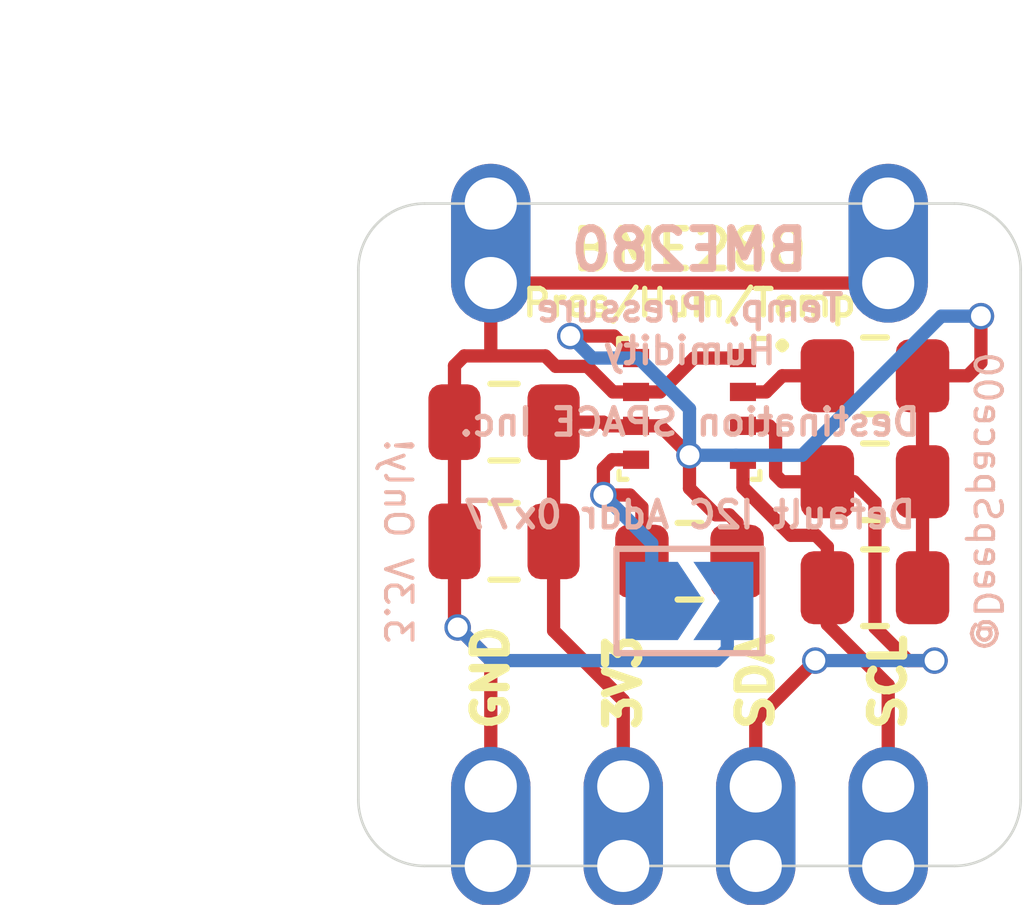
<source format=kicad_pcb>
(kicad_pcb (version 20171130) (host pcbnew "(5.1.10)-1")

  (general
    (thickness 1.6)
    (drawings 23)
    (tracks 92)
    (zones 0)
    (modules 11)
    (nets 7)
  )

  (page A4)
  (layers
    (0 F.Cu signal)
    (31 B.Cu signal)
    (32 B.Adhes user)
    (33 F.Adhes user)
    (34 B.Paste user)
    (35 F.Paste user)
    (36 B.SilkS user)
    (37 F.SilkS user)
    (38 B.Mask user hide)
    (39 F.Mask user)
    (40 Dwgs.User user)
    (41 Cmts.User user)
    (42 Eco1.User user)
    (43 Eco2.User user)
    (44 Edge.Cuts user)
    (45 Margin user)
    (46 B.CrtYd user)
    (47 F.CrtYd user)
    (48 B.Fab user hide)
    (49 F.Fab user hide)
  )

  (setup
    (last_trace_width 0.254)
    (user_trace_width 0.254)
    (user_trace_width 0.3048)
    (user_trace_width 0.4064)
    (trace_clearance 0.2)
    (zone_clearance 0.508)
    (zone_45_only no)
    (trace_min 0.2)
    (via_size 0.8)
    (via_drill 0.4)
    (via_min_size 0.4)
    (via_min_drill 0.3)
    (user_via 0.508 0.381)
    (uvia_size 0.3)
    (uvia_drill 0.1)
    (uvias_allowed no)
    (uvia_min_size 0.2)
    (uvia_min_drill 0.1)
    (edge_width 0.05)
    (segment_width 0.2)
    (pcb_text_width 0.3)
    (pcb_text_size 1.5 1.5)
    (mod_edge_width 0.12)
    (mod_text_size 1 1)
    (mod_text_width 0.15)
    (pad_size 1.524 1.524)
    (pad_drill 0.762)
    (pad_to_mask_clearance 0)
    (aux_axis_origin 0 0)
    (visible_elements 7FFFFFFF)
    (pcbplotparams
      (layerselection 0x010f0_ffffffff)
      (usegerberextensions false)
      (usegerberattributes true)
      (usegerberadvancedattributes true)
      (creategerberjobfile true)
      (excludeedgelayer true)
      (linewidth 0.100000)
      (plotframeref false)
      (viasonmask false)
      (mode 1)
      (useauxorigin false)
      (hpglpennumber 1)
      (hpglpenspeed 20)
      (hpglpendiameter 15.000000)
      (psnegative false)
      (psa4output false)
      (plotreference true)
      (plotvalue true)
      (plotinvisibletext false)
      (padsonsilk false)
      (subtractmaskfromsilk false)
      (outputformat 1)
      (mirror false)
      (drillshape 0)
      (scaleselection 1)
      (outputdirectory "gerberFiles/"))
  )

  (net 0 "")
  (net 1 GND)
  (net 2 +3V3)
  (net 3 SDA)
  (net 4 SCL)
  (net 5 SDO)
  (net 6 CS)

  (net_class Default "This is the default net class."
    (clearance 0.2)
    (trace_width 0.25)
    (via_dia 0.8)
    (via_drill 0.4)
    (uvia_dia 0.3)
    (uvia_drill 0.1)
    (add_net +3V3)
    (add_net CS)
    (add_net GND)
    (add_net SCL)
    (add_net SDA)
    (add_net SDO)
  )

  (module Capacitor_SMD:C_0805_2012Metric (layer F.Cu) (tedit 5F68FEEE) (tstamp 61A39348)
    (at 143.764 103.632 180)
    (descr "Capacitor SMD 0805 (2012 Metric), square (rectangular) end terminal, IPC_7351 nominal, (Body size source: IPC-SM-782 page 76, https://www.pcb-3d.com/wordpress/wp-content/uploads/ipc-sm-782a_amendment_1_and_2.pdf, https://docs.google.com/spreadsheets/d/1BsfQQcO9C6DZCsRaXUlFlo91Tg2WpOkGARC1WS5S8t0/edit?usp=sharing), generated with kicad-footprint-generator")
    (tags capacitor)
    (path /613B23E2)
    (attr smd)
    (fp_text reference C1 (at 2.286 0.007999 90) (layer F.SilkS) hide
      (effects (font (size 1 1) (thickness 0.15)))
    )
    (fp_text value 0.1uF (at 0 1.68) (layer F.Fab)
      (effects (font (size 1 1) (thickness 0.15)))
    )
    (fp_line (start 1.7 0.98) (end -1.7 0.98) (layer F.CrtYd) (width 0.05))
    (fp_line (start 1.7 -0.98) (end 1.7 0.98) (layer F.CrtYd) (width 0.05))
    (fp_line (start -1.7 -0.98) (end 1.7 -0.98) (layer F.CrtYd) (width 0.05))
    (fp_line (start -1.7 0.98) (end -1.7 -0.98) (layer F.CrtYd) (width 0.05))
    (fp_line (start -0.261252 0.735) (end 0.261252 0.735) (layer F.SilkS) (width 0.12))
    (fp_line (start -0.261252 -0.735) (end 0.261252 -0.735) (layer F.SilkS) (width 0.12))
    (fp_line (start 1 0.625) (end -1 0.625) (layer F.Fab) (width 0.1))
    (fp_line (start 1 -0.625) (end 1 0.625) (layer F.Fab) (width 0.1))
    (fp_line (start -1 -0.625) (end 1 -0.625) (layer F.Fab) (width 0.1))
    (fp_line (start -1 0.625) (end -1 -0.625) (layer F.Fab) (width 0.1))
    (fp_text user %R (at 0 0) (layer F.Fab)
      (effects (font (size 0.5 0.5) (thickness 0.08)))
    )
    (pad 1 smd roundrect (at -0.95 0 180) (size 1 1.45) (layers F.Cu F.Paste F.Mask) (roundrect_rratio 0.25)
      (net 2 +3V3))
    (pad 2 smd roundrect (at 0.95 0 180) (size 1 1.45) (layers F.Cu F.Paste F.Mask) (roundrect_rratio 0.25)
      (net 1 GND))
    (model ${KISYS3DMOD}/Capacitor_SMD.3dshapes/C_0805_2012Metric.wrl
      (at (xyz 0 0 0))
      (scale (xyz 1 1 1))
      (rotate (xyz 0 0 0))
    )
  )

  (module Jumper:SolderJumper-2_P1.3mm_Open_TrianglePad1.0x1.5mm (layer B.Cu) (tedit 5A64794F) (tstamp 613FC58F)
    (at 147.32 104.775)
    (descr "SMD Solder Jumper, 1x1.5mm Triangular Pads, 0.3mm gap, open")
    (tags "solder jumper open")
    (path /613F37AE)
    (attr virtual)
    (fp_text reference JP1 (at 2.286 0 90) (layer B.SilkS) hide
      (effects (font (size 0.635 0.635) (thickness 0.15)) (justify mirror))
    )
    (fp_text value Jumper_2_Open (at 0 -1.9) (layer B.Fab)
      (effects (font (size 1 1) (thickness 0.15)) (justify mirror))
    )
    (fp_line (start -1.4 -1) (end -1.4 1) (layer B.SilkS) (width 0.12))
    (fp_line (start 1.4 -1) (end -1.4 -1) (layer B.SilkS) (width 0.12))
    (fp_line (start 1.4 1) (end 1.4 -1) (layer B.SilkS) (width 0.12))
    (fp_line (start -1.4 1) (end 1.4 1) (layer B.SilkS) (width 0.12))
    (fp_line (start -1.65 1.25) (end 1.65 1.25) (layer B.CrtYd) (width 0.05))
    (fp_line (start -1.65 1.25) (end -1.65 -1.25) (layer B.CrtYd) (width 0.05))
    (fp_line (start 1.65 -1.25) (end 1.65 1.25) (layer B.CrtYd) (width 0.05))
    (fp_line (start 1.65 -1.25) (end -1.65 -1.25) (layer B.CrtYd) (width 0.05))
    (pad 2 smd custom (at 0.725 0) (size 0.3 0.3) (layers B.Cu B.Mask)
      (net 1 GND) (zone_connect 2)
      (options (clearance outline) (anchor rect))
      (primitives
        (gr_poly (pts
           (xy -0.65 0.75) (xy 0.5 0.75) (xy 0.5 -0.75) (xy -0.65 -0.75) (xy -0.15 0)
) (width 0))
      ))
    (pad 1 smd custom (at -0.725 0) (size 0.3 0.3) (layers B.Cu B.Mask)
      (net 5 SDO) (zone_connect 2)
      (options (clearance outline) (anchor rect))
      (primitives
        (gr_poly (pts
           (xy -0.5 0.75) (xy 0.5 0.75) (xy 1 0) (xy 0.5 -0.75) (xy -0.5 -0.75)
) (width 0))
      ))
  )

  (module DS-sensors:Bosch_LGA-8_2.5x2.5mm_P0.65mm_ClockwisePinNumbering (layer F.Cu) (tedit 5A0FA816) (tstamp 61411D54)
    (at 147.32 101.092 270)
    (descr LGA-8)
    (tags "lga land grid array")
    (path /61417363)
    (attr smd)
    (fp_text reference U1 (at -2.032 0 180) (layer F.SilkS) hide
      (effects (font (size 1 1) (thickness 0.15)))
    )
    (fp_text value BME280 (at 0.015 2.535 90) (layer F.Fab)
      (effects (font (size 1 1) (thickness 0.15)))
    )
    (fp_line (start 1.41 1.54) (end -1.41 1.54) (layer F.CrtYd) (width 0.05))
    (fp_line (start 1.41 -1.54) (end 1.41 1.54) (layer F.CrtYd) (width 0.05))
    (fp_line (start -1.41 -1.54) (end 1.41 -1.54) (layer F.CrtYd) (width 0.05))
    (fp_line (start -1.41 1.54) (end -1.41 -1.54) (layer F.CrtYd) (width 0.05))
    (fp_line (start 1.25 1.25) (end -1.25 1.25) (layer F.Fab) (width 0.1))
    (fp_line (start 1.25 -1.25) (end 1.25 1.25) (layer F.Fab) (width 0.1))
    (fp_line (start -0.5 -1.25) (end 1.25 -1.25) (layer F.Fab) (width 0.1))
    (fp_line (start -1.25 1.25) (end -1.25 -0.5) (layer F.Fab) (width 0.1))
    (fp_line (start -1.35 -1.2) (end -1.35 -1.45) (layer F.SilkS) (width 0.1))
    (fp_line (start 1.35 -1.35) (end 1.35 -1.2) (layer F.SilkS) (width 0.1))
    (fp_line (start 1.2 -1.35) (end 1.35 -1.35) (layer F.SilkS) (width 0.1))
    (fp_line (start 1.35 1.35) (end 1.2 1.35) (layer F.SilkS) (width 0.1))
    (fp_line (start 1.35 1.35) (end 1.35 1.2) (layer F.SilkS) (width 0.1))
    (fp_line (start -1.35 1.35) (end -1.35 1.2) (layer F.SilkS) (width 0.1))
    (fp_line (start -1.25 -0.5) (end -0.5 -1.25) (layer F.Fab) (width 0.1))
    (fp_line (start -1.35 1.36) (end -1.2 1.36) (layer F.SilkS) (width 0.1))
    (fp_text user %R (at 0 0 270) (layer F.Fab)
      (effects (font (size 0.5 0.5) (thickness 0.075)))
    )
    (pad 5 smd rect (at 0.975 1.025) (size 0.5 0.35) (layers F.Cu F.Paste F.Mask)
      (net 5 SDO))
    (pad 6 smd rect (at 0.325 1.025) (size 0.5 0.35) (layers F.Cu F.Paste F.Mask)
      (net 2 +3V3))
    (pad 7 smd rect (at -0.325 1.025) (size 0.5 0.35) (layers F.Cu F.Paste F.Mask)
      (net 1 GND))
    (pad 8 smd rect (at -0.975 1.025) (size 0.5 0.35) (layers F.Cu F.Paste F.Mask)
      (net 2 +3V3))
    (pad 1 smd rect (at -0.975 -1.025) (size 0.5 0.35) (layers F.Cu F.Paste F.Mask)
      (net 1 GND))
    (pad 2 smd rect (at -0.325 -1.025) (size 0.5 0.35) (layers F.Cu F.Paste F.Mask)
      (net 6 CS))
    (pad 3 smd rect (at 0.325 -1.025) (size 0.5 0.35) (layers F.Cu F.Paste F.Mask)
      (net 3 SDA))
    (pad 4 smd rect (at 0.975 -1.025) (size 0.5 0.35) (layers F.Cu F.Paste F.Mask)
      (net 4 SCL))
    (model "E:/OneDrive/work/Destination Space/development/.Shared Resources/kicad/models/BME280--3DModel-STEP-56544.STEP"
      (at (xyz 0 0 0))
      (scale (xyz 1 1 1))
      (rotate (xyz -90 0 180))
    )
  )

  (module DS-connectors:Castellated_PinHeader_01x04_P2.54mm_Vertical (layer B.Cu) (tedit 61533884) (tstamp 61533BF9)
    (at 140.97 108.331 270)
    (path /61534716)
    (fp_text reference J1 (at 0 -0.762 90) (layer B.SilkS) hide
      (effects (font (size 1 1) (thickness 0.15)) (justify mirror))
    )
    (fp_text value Castellated_Conn_01x04 (at 0 -12.065 90) (layer B.Fab)
      (effects (font (size 1 1) (thickness 0.15)) (justify mirror))
    )
    (pad 1 thru_hole custom (at 0 -2.54 270) (size 1.524 1.524) (drill 1) (layers *.Cu *.Mask)
      (net 1 GND) (zone_connect 0)
      (options (clearance outline) (anchor circle))
      (primitives
        (gr_poly (pts
           (xy 0 -0.7493) (xy 0 0.7493) (xy 1.524 0.7493) (xy 1.524 -0.7493)) (width 0.0254))
      ))
    (pad 1 thru_hole circle (at 1.524 -2.54 270) (size 1.524 1.524) (drill 1) (layers *.Cu *.Mask)
      (net 1 GND) (zone_connect 0))
    (pad 2 thru_hole custom (at 0 -5.08 270) (size 1.524 1.524) (drill 1) (layers *.Cu *.Mask)
      (net 2 +3V3) (zone_connect 0)
      (options (clearance outline) (anchor circle))
      (primitives
        (gr_poly (pts
           (xy 0 -0.7493) (xy 0 0.7493) (xy 1.524 0.7493) (xy 1.524 -0.7493)) (width 0.0254))
      ))
    (pad 2 thru_hole circle (at 1.524 -5.08 270) (size 1.524 1.524) (drill 1) (layers *.Cu *.Mask)
      (net 2 +3V3) (zone_connect 0))
    (pad 3 thru_hole custom (at 0 -7.62 270) (size 1.524 1.524) (drill 1) (layers *.Cu *.Mask)
      (net 3 SDA) (zone_connect 0)
      (options (clearance outline) (anchor circle))
      (primitives
        (gr_poly (pts
           (xy 0 -0.7493) (xy 0 0.7493) (xy 1.524 0.7493) (xy 1.524 -0.7493)) (width 0.0254))
      ))
    (pad 3 thru_hole circle (at 1.524 -7.62 270) (size 1.524 1.524) (drill 1) (layers *.Cu *.Mask)
      (net 3 SDA) (zone_connect 0))
    (pad 4 thru_hole custom (at 0 -10.16 270) (size 1.524 1.524) (drill 1) (layers *.Cu *.Mask)
      (net 4 SCL) (zone_connect 0)
      (options (clearance outline) (anchor circle))
      (primitives
        (gr_poly (pts
           (xy 0 -0.7493) (xy 0 0.7493) (xy 1.524 0.7493) (xy 1.524 -0.7493)) (width 0.0254))
      ))
    (pad 4 thru_hole circle (at 1.524 -10.16 270) (size 1.524 1.524) (drill 1) (layers *.Cu *.Mask)
      (net 4 SCL) (zone_connect 0))
  )

  (module DS-connectors:Castellated_PinHeader_01x01_P2.54mm_Vertical (layer F.Cu) (tedit 615353EB) (tstamp 6162EBEE)
    (at 141.478 98.679 90)
    (path /6165346A)
    (fp_text reference J2 (at 0.381 0.5 90) (layer F.SilkS) hide
      (effects (font (size 1 1) (thickness 0.15)))
    )
    (fp_text value Castellated_Conn_01x01 (at 0 -0.5 90) (layer F.Fab) hide
      (effects (font (size 1 1) (thickness 0.15)))
    )
    (pad 1 thru_hole circle (at 1.524 2.032 90) (size 1.524 1.524) (drill 1) (layers *.Cu *.Mask)
      (net 1 GND) (zone_connect 0))
    (pad 1 thru_hole custom (at 0 2.032 90) (size 1.524 1.524) (drill 1) (layers *.Cu *.Mask)
      (net 1 GND) (zone_connect 0)
      (options (clearance outline) (anchor circle))
      (primitives
        (gr_poly (pts
           (xy 0 0.7493) (xy 0 -0.7493) (xy 1.524 -0.7493) (xy 1.524 0.7493)) (width 0.0254))
      ))
  )

  (module DS-connectors:Castellated_PinHeader_01x01_P2.54mm_Vertical (layer F.Cu) (tedit 615353EB) (tstamp 6162EBF4)
    (at 149.098 98.679 90)
    (path /616503F3)
    (fp_text reference J3 (at 0.381 3.81 90) (layer F.SilkS) hide
      (effects (font (size 1 1) (thickness 0.15)))
    )
    (fp_text value Castellated_Conn_01x01 (at 0 -0.5 90) (layer F.Fab)
      (effects (font (size 1 1) (thickness 0.15)))
    )
    (pad 1 thru_hole custom (at 0 2.032 90) (size 1.524 1.524) (drill 1) (layers *.Cu *.Mask)
      (net 1 GND) (zone_connect 0)
      (options (clearance outline) (anchor circle))
      (primitives
        (gr_poly (pts
           (xy 0 0.7493) (xy 0 -0.7493) (xy 1.524 -0.7493) (xy 1.524 0.7493)) (width 0.0254))
      ))
    (pad 1 thru_hole circle (at 1.524 2.032 90) (size 1.524 1.524) (drill 1) (layers *.Cu *.Mask)
      (net 1 GND) (zone_connect 0))
  )

  (module Capacitor_SMD:C_0805_2012Metric (layer F.Cu) (tedit 5F68FEEE) (tstamp 61A3960F)
    (at 143.764 101.346 180)
    (descr "Capacitor SMD 0805 (2012 Metric), square (rectangular) end terminal, IPC_7351 nominal, (Body size source: IPC-SM-782 page 76, https://www.pcb-3d.com/wordpress/wp-content/uploads/ipc-sm-782a_amendment_1_and_2.pdf, https://docs.google.com/spreadsheets/d/1BsfQQcO9C6DZCsRaXUlFlo91Tg2WpOkGARC1WS5S8t0/edit?usp=sharing), generated with kicad-footprint-generator")
    (tags capacitor)
    (path /613B92B2)
    (attr smd)
    (fp_text reference C2 (at 2.286 0 90) (layer F.SilkS) hide
      (effects (font (size 1 1) (thickness 0.15)))
    )
    (fp_text value 0.1uF (at 0 1.68) (layer F.Fab)
      (effects (font (size 1 1) (thickness 0.15)))
    )
    (fp_line (start 1.7 0.98) (end -1.7 0.98) (layer F.CrtYd) (width 0.05))
    (fp_line (start 1.7 -0.98) (end 1.7 0.98) (layer F.CrtYd) (width 0.05))
    (fp_line (start -1.7 -0.98) (end 1.7 -0.98) (layer F.CrtYd) (width 0.05))
    (fp_line (start -1.7 0.98) (end -1.7 -0.98) (layer F.CrtYd) (width 0.05))
    (fp_line (start -0.261252 0.735) (end 0.261252 0.735) (layer F.SilkS) (width 0.12))
    (fp_line (start -0.261252 -0.735) (end 0.261252 -0.735) (layer F.SilkS) (width 0.12))
    (fp_line (start 1 0.625) (end -1 0.625) (layer F.Fab) (width 0.1))
    (fp_line (start 1 -0.625) (end 1 0.625) (layer F.Fab) (width 0.1))
    (fp_line (start -1 -0.625) (end 1 -0.625) (layer F.Fab) (width 0.1))
    (fp_line (start -1 0.625) (end -1 -0.625) (layer F.Fab) (width 0.1))
    (fp_text user %R (at 0 0) (layer F.Fab)
      (effects (font (size 0.5 0.5) (thickness 0.08)))
    )
    (pad 1 smd roundrect (at -0.95 0 180) (size 1 1.45) (layers F.Cu F.Paste F.Mask) (roundrect_rratio 0.25)
      (net 2 +3V3))
    (pad 2 smd roundrect (at 0.95 0 180) (size 1 1.45) (layers F.Cu F.Paste F.Mask) (roundrect_rratio 0.25)
      (net 1 GND))
    (model ${KISYS3DMOD}/Capacitor_SMD.3dshapes/C_0805_2012Metric.wrl
      (at (xyz 0 0 0))
      (scale (xyz 1 1 1))
      (rotate (xyz 0 0 0))
    )
  )

  (module Resistor_SMD:R_0805_2012Metric (layer F.Cu) (tedit 5F68FEEE) (tstamp 61A39620)
    (at 150.876 104.521 180)
    (descr "Resistor SMD 0805 (2012 Metric), square (rectangular) end terminal, IPC_7351 nominal, (Body size source: IPC-SM-782 page 72, https://www.pcb-3d.com/wordpress/wp-content/uploads/ipc-sm-782a_amendment_1_and_2.pdf), generated with kicad-footprint-generator")
    (tags resistor)
    (path /613C31FC)
    (attr smd)
    (fp_text reference R1 (at -2.413 0 270) (layer F.SilkS) hide
      (effects (font (size 1 1) (thickness 0.15)))
    )
    (fp_text value 4.7K (at 0 1.65) (layer F.Fab)
      (effects (font (size 1 1) (thickness 0.15)))
    )
    (fp_text user %R (at 0 0) (layer F.Fab)
      (effects (font (size 0.5 0.5) (thickness 0.08)))
    )
    (fp_line (start -1 0.625) (end -1 -0.625) (layer F.Fab) (width 0.1))
    (fp_line (start -1 -0.625) (end 1 -0.625) (layer F.Fab) (width 0.1))
    (fp_line (start 1 -0.625) (end 1 0.625) (layer F.Fab) (width 0.1))
    (fp_line (start 1 0.625) (end -1 0.625) (layer F.Fab) (width 0.1))
    (fp_line (start -0.227064 -0.735) (end 0.227064 -0.735) (layer F.SilkS) (width 0.12))
    (fp_line (start -0.227064 0.735) (end 0.227064 0.735) (layer F.SilkS) (width 0.12))
    (fp_line (start -1.68 0.95) (end -1.68 -0.95) (layer F.CrtYd) (width 0.05))
    (fp_line (start -1.68 -0.95) (end 1.68 -0.95) (layer F.CrtYd) (width 0.05))
    (fp_line (start 1.68 -0.95) (end 1.68 0.95) (layer F.CrtYd) (width 0.05))
    (fp_line (start 1.68 0.95) (end -1.68 0.95) (layer F.CrtYd) (width 0.05))
    (pad 2 smd roundrect (at 0.9125 0 180) (size 1.025 1.4) (layers F.Cu F.Paste F.Mask) (roundrect_rratio 0.243902)
      (net 4 SCL))
    (pad 1 smd roundrect (at -0.9125 0 180) (size 1.025 1.4) (layers F.Cu F.Paste F.Mask) (roundrect_rratio 0.243902)
      (net 2 +3V3))
    (model ${KISYS3DMOD}/Resistor_SMD.3dshapes/R_0805_2012Metric.wrl
      (at (xyz 0 0 0))
      (scale (xyz 1 1 1))
      (rotate (xyz 0 0 0))
    )
  )

  (module Resistor_SMD:R_0805_2012Metric (layer F.Cu) (tedit 5F68FEEE) (tstamp 61A39631)
    (at 150.876 102.489)
    (descr "Resistor SMD 0805 (2012 Metric), square (rectangular) end terminal, IPC_7351 nominal, (Body size source: IPC-SM-782 page 72, https://www.pcb-3d.com/wordpress/wp-content/uploads/ipc-sm-782a_amendment_1_and_2.pdf), generated with kicad-footprint-generator")
    (tags resistor)
    (path /613BDA13)
    (attr smd)
    (fp_text reference R2 (at 2.413 0 90) (layer F.SilkS) hide
      (effects (font (size 1 1) (thickness 0.15)))
    )
    (fp_text value 4.7K (at 0 1.65) (layer F.Fab)
      (effects (font (size 1 1) (thickness 0.15)))
    )
    (fp_line (start 1.68 0.95) (end -1.68 0.95) (layer F.CrtYd) (width 0.05))
    (fp_line (start 1.68 -0.95) (end 1.68 0.95) (layer F.CrtYd) (width 0.05))
    (fp_line (start -1.68 -0.95) (end 1.68 -0.95) (layer F.CrtYd) (width 0.05))
    (fp_line (start -1.68 0.95) (end -1.68 -0.95) (layer F.CrtYd) (width 0.05))
    (fp_line (start -0.227064 0.735) (end 0.227064 0.735) (layer F.SilkS) (width 0.12))
    (fp_line (start -0.227064 -0.735) (end 0.227064 -0.735) (layer F.SilkS) (width 0.12))
    (fp_line (start 1 0.625) (end -1 0.625) (layer F.Fab) (width 0.1))
    (fp_line (start 1 -0.625) (end 1 0.625) (layer F.Fab) (width 0.1))
    (fp_line (start -1 -0.625) (end 1 -0.625) (layer F.Fab) (width 0.1))
    (fp_line (start -1 0.625) (end -1 -0.625) (layer F.Fab) (width 0.1))
    (fp_text user %R (at 0 0) (layer F.Fab)
      (effects (font (size 0.5 0.5) (thickness 0.08)))
    )
    (pad 1 smd roundrect (at -0.9125 0) (size 1.025 1.4) (layers F.Cu F.Paste F.Mask) (roundrect_rratio 0.243902)
      (net 3 SDA))
    (pad 2 smd roundrect (at 0.9125 0) (size 1.025 1.4) (layers F.Cu F.Paste F.Mask) (roundrect_rratio 0.243902)
      (net 2 +3V3))
    (model ${KISYS3DMOD}/Resistor_SMD.3dshapes/R_0805_2012Metric.wrl
      (at (xyz 0 0 0))
      (scale (xyz 1 1 1))
      (rotate (xyz 0 0 0))
    )
  )

  (module Resistor_SMD:R_0805_2012Metric (layer F.Cu) (tedit 5F68FEEE) (tstamp 61A39642)
    (at 150.876 100.457 180)
    (descr "Resistor SMD 0805 (2012 Metric), square (rectangular) end terminal, IPC_7351 nominal, (Body size source: IPC-SM-782 page 72, https://www.pcb-3d.com/wordpress/wp-content/uploads/ipc-sm-782a_amendment_1_and_2.pdf), generated with kicad-footprint-generator")
    (tags resistor)
    (path /613C7C94)
    (attr smd)
    (fp_text reference R3 (at -2.413 0 90) (layer F.SilkS) hide
      (effects (font (size 1 1) (thickness 0.15)))
    )
    (fp_text value 4.7K (at 0 1.65) (layer F.Fab)
      (effects (font (size 1 1) (thickness 0.15)))
    )
    (fp_line (start 1.68 0.95) (end -1.68 0.95) (layer F.CrtYd) (width 0.05))
    (fp_line (start 1.68 -0.95) (end 1.68 0.95) (layer F.CrtYd) (width 0.05))
    (fp_line (start -1.68 -0.95) (end 1.68 -0.95) (layer F.CrtYd) (width 0.05))
    (fp_line (start -1.68 0.95) (end -1.68 -0.95) (layer F.CrtYd) (width 0.05))
    (fp_line (start -0.227064 0.735) (end 0.227064 0.735) (layer F.SilkS) (width 0.12))
    (fp_line (start -0.227064 -0.735) (end 0.227064 -0.735) (layer F.SilkS) (width 0.12))
    (fp_line (start 1 0.625) (end -1 0.625) (layer F.Fab) (width 0.1))
    (fp_line (start 1 -0.625) (end 1 0.625) (layer F.Fab) (width 0.1))
    (fp_line (start -1 -0.625) (end 1 -0.625) (layer F.Fab) (width 0.1))
    (fp_line (start -1 0.625) (end -1 -0.625) (layer F.Fab) (width 0.1))
    (fp_text user %R (at 0 0) (layer F.Fab)
      (effects (font (size 0.5 0.5) (thickness 0.08)))
    )
    (pad 1 smd roundrect (at -0.9125 0 180) (size 1.025 1.4) (layers F.Cu F.Paste F.Mask) (roundrect_rratio 0.243902)
      (net 2 +3V3))
    (pad 2 smd roundrect (at 0.9125 0 180) (size 1.025 1.4) (layers F.Cu F.Paste F.Mask) (roundrect_rratio 0.243902)
      (net 6 CS))
    (model ${KISYS3DMOD}/Resistor_SMD.3dshapes/R_0805_2012Metric.wrl
      (at (xyz 0 0 0))
      (scale (xyz 1 1 1))
      (rotate (xyz 0 0 0))
    )
  )

  (module Resistor_SMD:R_0805_2012Metric (layer F.Cu) (tedit 5F68FEEE) (tstamp 61A39821)
    (at 147.32 104.013)
    (descr "Resistor SMD 0805 (2012 Metric), square (rectangular) end terminal, IPC_7351 nominal, (Body size source: IPC-SM-782 page 72, https://www.pcb-3d.com/wordpress/wp-content/uploads/ipc-sm-782a_amendment_1_and_2.pdf), generated with kicad-footprint-generator")
    (tags resistor)
    (path /613F6A0D)
    (attr smd)
    (fp_text reference R4 (at 0 1.651) (layer F.SilkS) hide
      (effects (font (size 1 1) (thickness 0.15)))
    )
    (fp_text value 4.7K (at 0 1.65) (layer F.Fab)
      (effects (font (size 1 1) (thickness 0.15)))
    )
    (fp_line (start 1.68 0.95) (end -1.68 0.95) (layer F.CrtYd) (width 0.05))
    (fp_line (start 1.68 -0.95) (end 1.68 0.95) (layer F.CrtYd) (width 0.05))
    (fp_line (start -1.68 -0.95) (end 1.68 -0.95) (layer F.CrtYd) (width 0.05))
    (fp_line (start -1.68 0.95) (end -1.68 -0.95) (layer F.CrtYd) (width 0.05))
    (fp_line (start -0.227064 0.735) (end 0.227064 0.735) (layer F.SilkS) (width 0.12))
    (fp_line (start -0.227064 -0.735) (end 0.227064 -0.735) (layer F.SilkS) (width 0.12))
    (fp_line (start 1 0.625) (end -1 0.625) (layer F.Fab) (width 0.1))
    (fp_line (start 1 -0.625) (end 1 0.625) (layer F.Fab) (width 0.1))
    (fp_line (start -1 -0.625) (end 1 -0.625) (layer F.Fab) (width 0.1))
    (fp_line (start -1 0.625) (end -1 -0.625) (layer F.Fab) (width 0.1))
    (fp_text user %R (at 0 0) (layer F.Fab)
      (effects (font (size 0.5 0.5) (thickness 0.08)))
    )
    (pad 1 smd roundrect (at -0.9125 0) (size 1.025 1.4) (layers F.Cu F.Paste F.Mask) (roundrect_rratio 0.243902)
      (net 5 SDO))
    (pad 2 smd roundrect (at 0.9125 0) (size 1.025 1.4) (layers F.Cu F.Paste F.Mask) (roundrect_rratio 0.243902)
      (net 2 +3V3))
    (model ${KISYS3DMOD}/Resistor_SMD.3dshapes/R_0805_2012Metric.wrl
      (at (xyz 0 0 0))
      (scale (xyz 1 1 1))
      (rotate (xyz 0 0 0))
    )
  )

  (gr_text Pres/Hum/Temp (at 147.32 99.06) (layer F.SilkS)
    (effects (font (size 0.508 0.508) (thickness 0.1016)))
  )
  (dimension 12.7 (width 0.15) (layer Dwgs.User)
    (gr_text "0.5000 in" (at 137.765001 103.505 270) (layer Dwgs.User)
      (effects (font (size 1 1) (thickness 0.15)))
    )
    (feature1 (pts (xy 140.716 109.855) (xy 138.47858 109.855)))
    (feature2 (pts (xy 140.716 97.155) (xy 138.47858 97.155)))
    (crossbar (pts (xy 139.065001 97.155) (xy 139.065001 109.855)))
    (arrow1a (pts (xy 139.065001 109.855) (xy 138.47858 108.728496)))
    (arrow1b (pts (xy 139.065001 109.855) (xy 139.651422 108.728496)))
    (arrow2a (pts (xy 139.065001 97.155) (xy 138.47858 98.281504)))
    (arrow2b (pts (xy 139.065001 97.155) (xy 139.651422 98.281504)))
  )
  (dimension 12.7 (width 0.15) (layer Dwgs.User)
    (gr_text "0.5000 in" (at 147.32 93.950001) (layer Dwgs.User)
      (effects (font (size 1 1) (thickness 0.15)))
    )
    (feature1 (pts (xy 140.97 96.901) (xy 140.97 94.66358)))
    (feature2 (pts (xy 153.67 96.901) (xy 153.67 94.66358)))
    (crossbar (pts (xy 153.67 95.250001) (xy 140.97 95.250001)))
    (arrow1a (pts (xy 140.97 95.250001) (xy 142.096504 94.66358)))
    (arrow1b (pts (xy 140.97 95.250001) (xy 142.096504 95.836422)))
    (arrow2a (pts (xy 153.67 95.250001) (xy 152.543496 94.66358)))
    (arrow2b (pts (xy 153.67 95.250001) (xy 152.543496 95.836422)))
  )
  (gr_line (start 152.4 97.155) (end 142.24 97.155) (layer Edge.Cuts) (width 0.05) (tstamp 613FE365))
  (gr_line (start 153.67 108.585) (end 153.67 98.425) (layer Edge.Cuts) (width 0.05) (tstamp 613FE364))
  (gr_line (start 142.24 109.855) (end 152.4 109.855) (layer Edge.Cuts) (width 0.05) (tstamp 613FE363))
  (gr_line (start 140.97 98.425) (end 140.97 108.585) (layer Edge.Cuts) (width 0.05) (tstamp 613FE362))
  (gr_arc (start 142.24 108.585) (end 140.97 108.585) (angle -90) (layer Edge.Cuts) (width 0.05))
  (gr_arc (start 152.4 108.585) (end 152.4 109.855) (angle -90) (layer Edge.Cuts) (width 0.05))
  (gr_arc (start 152.4 98.425) (end 153.67 98.425) (angle -90) (layer Edge.Cuts) (width 0.05))
  (gr_arc (start 142.24 98.425) (end 142.24 97.155) (angle -90) (layer Edge.Cuts) (width 0.05))
  (gr_text @DeepSpace00 (at 153.035 102.87 270) (layer B.SilkS)
    (effects (font (size 0.508 0.508) (thickness 0.0762)) (justify mirror))
  )
  (gr_text "3.3V Only!" (at 141.732 103.632 -90) (layer B.SilkS)
    (effects (font (size 0.508 0.508) (thickness 0.0762)) (justify mirror))
  )
  (gr_text "Default I2C Addr 0x77" (at 147.32 103.124) (layer B.SilkS)
    (effects (font (size 0.508 0.508) (thickness 0.1016)) (justify mirror))
  )
  (gr_text "Destination SPACE Inc." (at 147.32 101.346) (layer B.SilkS)
    (effects (font (size 0.508 0.508) (thickness 0.1016)) (justify mirror))
  )
  (gr_text "Temp, Pressure\nHumidity" (at 147.32 99.568) (layer B.SilkS)
    (effects (font (size 0.508 0.508) (thickness 0.1016)) (justify mirror))
  )
  (gr_text BME280 (at 147.32 98.044) (layer B.SilkS)
    (effects (font (size 0.762 0.762) (thickness 0.1524)) (justify mirror))
  )
  (gr_text . (at 149.098 99.568) (layer F.SilkS)
    (effects (font (size 0.762 0.762) (thickness 0.1905)))
  )
  (gr_text SCL (at 151.13 107.315 90) (layer F.SilkS)
    (effects (font (size 0.635 0.635) (thickness 0.15875)) (justify left))
  )
  (gr_text SDA (at 148.59 107.315 90) (layer F.SilkS)
    (effects (font (size 0.635 0.635) (thickness 0.15875)) (justify left))
  )
  (gr_text GND (at 143.51 107.315 90) (layer F.SilkS)
    (effects (font (size 0.635 0.635) (thickness 0.15875)) (justify left))
  )
  (gr_text 3V3 (at 146.05 107.315 90) (layer F.SilkS)
    (effects (font (size 0.635 0.635) (thickness 0.15875)) (justify left))
  )
  (gr_text BME280 (at 147.32 98.044) (layer F.SilkS)
    (effects (font (size 0.762 0.762) (thickness 0.127)))
  )

  (segment (start 146.295 100.767) (end 146.756 100.767) (width 0.254) (layer F.Cu) (net 1))
  (segment (start 146.756 100.767) (end 147.406 100.117) (width 0.254) (layer F.Cu) (net 1))
  (via (at 142.875 105.283) (size 0.508) (drill 0.381) (layers F.Cu B.Cu) (net 1))
  (segment (start 143.51 98.679) (end 151.13 98.679) (width 0.254) (layer F.Cu) (net 1))
  (segment (start 143.51 105.918) (end 142.875 105.283) (width 0.254) (layer B.Cu) (net 1))
  (segment (start 147.828 105.918) (end 143.51 105.918) (width 0.254) (layer B.Cu) (net 1))
  (segment (start 148.045 105.701) (end 147.828 105.918) (width 0.254) (layer B.Cu) (net 1))
  (segment (start 148.045 104.775) (end 148.045 105.701) (width 0.254) (layer B.Cu) (net 1))
  (segment (start 143.51 100.076) (end 143.51 98.679) (width 0.254) (layer F.Cu) (net 1))
  (segment (start 143.51 105.918) (end 142.875 105.283) (width 0.254) (layer F.Cu) (net 1))
  (segment (start 143.51 108.331) (end 143.51 105.918) (width 0.254) (layer F.Cu) (net 1))
  (segment (start 142.814 105.222) (end 142.875 105.283) (width 0.254) (layer F.Cu) (net 1))
  (segment (start 142.814 103.632) (end 142.814 105.222) (width 0.254) (layer F.Cu) (net 1))
  (segment (start 142.814 101.346) (end 142.814 100.264) (width 0.254) (layer F.Cu) (net 1))
  (segment (start 143.002 100.076) (end 143.51 100.076) (width 0.254) (layer F.Cu) (net 1))
  (segment (start 142.814 100.264) (end 143.002 100.076) (width 0.254) (layer F.Cu) (net 1))
  (segment (start 142.814 101.346) (end 142.814 103.632) (width 0.254) (layer F.Cu) (net 1))
  (segment (start 146.295 100.767) (end 145.852 100.767) (width 0.254) (layer F.Cu) (net 1))
  (segment (start 145.361001 100.276001) (end 145.852 100.767) (width 0.254) (layer F.Cu) (net 1))
  (segment (start 144.755119 100.276001) (end 145.361001 100.276001) (width 0.254) (layer F.Cu) (net 1))
  (segment (start 144.555118 100.076) (end 144.755119 100.276001) (width 0.254) (layer F.Cu) (net 1))
  (segment (start 143.51 100.076) (end 144.555118 100.076) (width 0.254) (layer F.Cu) (net 1))
  (segment (start 147.406 100.117) (end 148.345 100.117) (width 0.254) (layer F.Cu) (net 1))
  (via (at 145.034 99.695) (size 0.508) (drill 0.381) (layers F.Cu B.Cu) (net 2))
  (via (at 152.908 99.314) (size 0.508) (drill 0.381) (layers F.Cu B.Cu) (net 2))
  (segment (start 146.295 101.417) (end 146.756 101.417) (width 0.254) (layer F.Cu) (net 2))
  (segment (start 146.756 101.417) (end 147.32 101.981) (width 0.254) (layer F.Cu) (net 2))
  (via (at 147.32 101.981) (size 0.508) (drill 0.381) (layers F.Cu B.Cu) (net 2))
  (segment (start 147.32 101.092) (end 146.345 100.117) (width 0.254) (layer B.Cu) (net 2))
  (segment (start 147.32 101.981) (end 147.32 101.092) (width 0.254) (layer B.Cu) (net 2))
  (segment (start 147.32 101.981) (end 148.209 101.981) (width 0.254) (layer B.Cu) (net 2))
  (segment (start 148.209 101.981) (end 149.479 101.981) (width 0.254) (layer B.Cu) (net 2))
  (segment (start 152.146 99.314) (end 152.908 99.314) (width 0.254) (layer B.Cu) (net 2))
  (segment (start 149.479 101.981) (end 152.146 99.314) (width 0.254) (layer B.Cu) (net 2))
  (segment (start 146.05 108.331) (end 146.05 106.68) (width 0.254) (layer F.Cu) (net 2))
  (segment (start 144.714 105.344) (end 144.714 103.632) (width 0.254) (layer F.Cu) (net 2))
  (segment (start 146.05 106.68) (end 144.714 105.344) (width 0.254) (layer F.Cu) (net 2))
  (segment (start 144.714 103.632) (end 144.714 101.346) (width 0.254) (layer F.Cu) (net 2))
  (segment (start 146.295 101.417) (end 145.74 101.417) (width 0.254) (layer F.Cu) (net 2))
  (segment (start 145.669 101.346) (end 144.714 101.346) (width 0.254) (layer F.Cu) (net 2))
  (segment (start 145.74 101.417) (end 145.669 101.346) (width 0.254) (layer F.Cu) (net 2))
  (segment (start 145.873 99.695) (end 145.034 99.695) (width 0.254) (layer F.Cu) (net 2))
  (segment (start 146.295 100.117) (end 145.873 99.695) (width 0.254) (layer F.Cu) (net 2))
  (segment (start 145.456 100.117) (end 145.034 99.695) (width 0.254) (layer B.Cu) (net 2))
  (segment (start 146.345 100.117) (end 145.456 100.117) (width 0.254) (layer B.Cu) (net 2))
  (segment (start 152.908 100.203) (end 152.654 100.457) (width 0.254) (layer F.Cu) (net 2))
  (segment (start 152.654 100.457) (end 151.7885 100.457) (width 0.254) (layer F.Cu) (net 2))
  (segment (start 152.908 99.314) (end 152.908 100.203) (width 0.254) (layer F.Cu) (net 2))
  (segment (start 151.7885 100.457) (end 151.7885 102.489) (width 0.254) (layer F.Cu) (net 2))
  (segment (start 151.7885 102.489) (end 151.7885 104.521) (width 0.254) (layer F.Cu) (net 2))
  (segment (start 147.32 101.981) (end 147.32 102.616) (width 0.254) (layer F.Cu) (net 2))
  (segment (start 147.32 102.616) (end 147.828 103.124) (width 0.254) (layer F.Cu) (net 2))
  (segment (start 147.828 103.124) (end 148.082 103.124) (width 0.254) (layer F.Cu) (net 2))
  (segment (start 148.2325 103.2745) (end 148.082 103.124) (width 0.254) (layer F.Cu) (net 2))
  (segment (start 148.2325 104.013) (end 148.2325 103.2745) (width 0.254) (layer F.Cu) (net 2))
  (via (at 149.733 105.918) (size 0.508) (drill 0.381) (layers F.Cu B.Cu) (net 3))
  (via (at 152.019 105.918) (size 0.508) (drill 0.381) (layers F.Cu B.Cu) (net 3))
  (segment (start 148.849 101.417) (end 148.971 101.539) (width 0.254) (layer F.Cu) (net 3))
  (segment (start 148.345 101.417) (end 148.849 101.417) (width 0.254) (layer F.Cu) (net 3))
  (segment (start 148.971 101.539) (end 148.971 102.362) (width 0.254) (layer F.Cu) (net 3))
  (segment (start 149.098 102.489) (end 149.9635 102.489) (width 0.254) (layer F.Cu) (net 3))
  (segment (start 148.971 102.362) (end 149.098 102.489) (width 0.254) (layer F.Cu) (net 3))
  (segment (start 148.59 107.061) (end 149.733 105.918) (width 0.254) (layer F.Cu) (net 3))
  (segment (start 148.59 108.331) (end 148.59 107.061) (width 0.254) (layer F.Cu) (net 3))
  (segment (start 150.876 105.283) (end 151.511 105.918) (width 0.254) (layer F.Cu) (net 3))
  (segment (start 150.876 102.889) (end 150.876 105.283) (width 0.254) (layer F.Cu) (net 3))
  (segment (start 150.476 102.489) (end 150.876 102.889) (width 0.254) (layer F.Cu) (net 3))
  (segment (start 151.511 105.918) (end 152.019 105.918) (width 0.254) (layer F.Cu) (net 3))
  (segment (start 149.9635 102.489) (end 150.476 102.489) (width 0.254) (layer F.Cu) (net 3))
  (segment (start 152.019 105.918) (end 149.733 105.918) (width 0.254) (layer B.Cu) (net 3))
  (segment (start 149.9635 103.7355) (end 149.9635 104.521) (width 0.254) (layer F.Cu) (net 4))
  (segment (start 149.264028 103.51601) (end 149.74401 103.51601) (width 0.254) (layer F.Cu) (net 4))
  (segment (start 149.74401 103.51601) (end 149.9635 103.7355) (width 0.254) (layer F.Cu) (net 4))
  (segment (start 148.345 102.596982) (end 149.264028 103.51601) (width 0.254) (layer F.Cu) (net 4))
  (segment (start 148.345 102.067) (end 148.345 102.596982) (width 0.254) (layer F.Cu) (net 4))
  (segment (start 151.13 106.3875) (end 151.13 108.331) (width 0.254) (layer F.Cu) (net 4))
  (segment (start 149.9635 105.221) (end 151.13 106.3875) (width 0.254) (layer F.Cu) (net 4))
  (segment (start 149.9635 104.521) (end 149.9635 105.221) (width 0.254) (layer F.Cu) (net 4))
  (via (at 145.669 102.743) (size 0.508) (drill 0.381) (layers F.Cu B.Cu) (net 5))
  (segment (start 146.341 104.521) (end 146.595 104.775) (width 0.3048) (layer B.Cu) (net 5))
  (segment (start 145.964 102.067) (end 146.295 102.067) (width 0.254) (layer F.Cu) (net 5))
  (segment (start 146.595 103.669) (end 146.595 104.775) (width 0.254) (layer B.Cu) (net 5))
  (segment (start 145.669 102.743) (end 145.669 102.235) (width 0.254) (layer F.Cu) (net 5))
  (segment (start 145.837 102.067) (end 145.964 102.067) (width 0.254) (layer F.Cu) (net 5))
  (segment (start 145.669 102.235) (end 145.837 102.067) (width 0.254) (layer F.Cu) (net 5))
  (segment (start 146.177 102.743) (end 145.669 102.743) (width 0.254) (layer F.Cu) (net 5))
  (segment (start 146.595 103.669) (end 145.669 102.743) (width 0.254) (layer B.Cu) (net 5))
  (segment (start 146.4075 102.9735) (end 146.177 102.743) (width 0.254) (layer F.Cu) (net 5))
  (segment (start 146.4075 104.013) (end 146.4075 102.9735) (width 0.254) (layer F.Cu) (net 5))
  (segment (start 148.345 100.767) (end 148.788 100.767) (width 0.254) (layer F.Cu) (net 6))
  (segment (start 149.098 100.457) (end 149.9635 100.457) (width 0.254) (layer F.Cu) (net 6))
  (segment (start 148.788 100.767) (end 149.098 100.457) (width 0.254) (layer F.Cu) (net 6))

)

</source>
